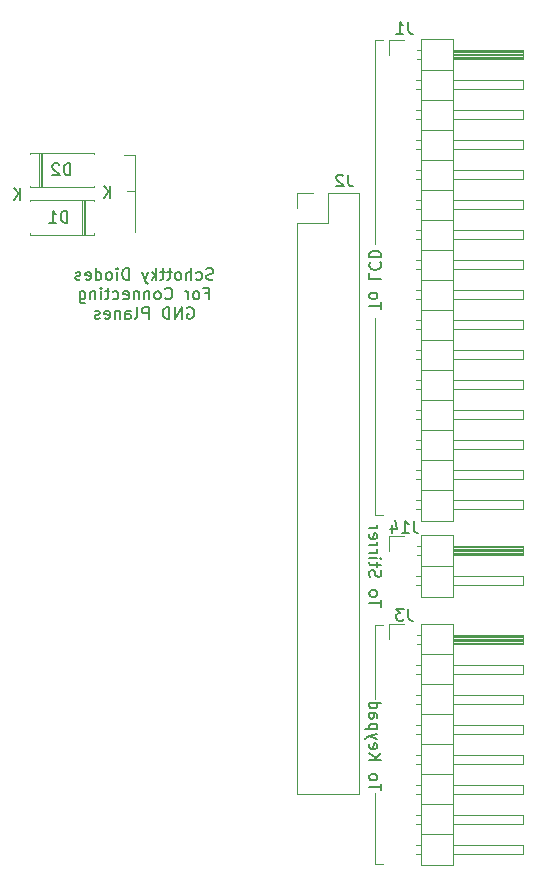
<source format=gbr>
G04 #@! TF.GenerationSoftware,KiCad,Pcbnew,(5.1.9)-1*
G04 #@! TF.CreationDate,2021-06-09T22:02:07-07:00*
G04 #@! TF.ProjectId,AlkalinityTitrator,416c6b61-6c69-46e6-9974-795469747261,rev?*
G04 #@! TF.SameCoordinates,Original*
G04 #@! TF.FileFunction,Legend,Bot*
G04 #@! TF.FilePolarity,Positive*
%FSLAX46Y46*%
G04 Gerber Fmt 4.6, Leading zero omitted, Abs format (unit mm)*
G04 Created by KiCad (PCBNEW (5.1.9)-1) date 2021-06-09 22:02:07*
%MOMM*%
%LPD*%
G01*
G04 APERTURE LIST*
%ADD10C,0.120000*%
%ADD11C,0.150000*%
G04 APERTURE END LIST*
D10*
X182342000Y-64855000D02*
X181592000Y-64855000D01*
X182342000Y-61855000D02*
X182342000Y-68355000D01*
X181342000Y-61855000D02*
X182342000Y-61855000D01*
D11*
X188925333Y-72359761D02*
X188782476Y-72407380D01*
X188544380Y-72407380D01*
X188449142Y-72359761D01*
X188401523Y-72312142D01*
X188353904Y-72216904D01*
X188353904Y-72121666D01*
X188401523Y-72026428D01*
X188449142Y-71978809D01*
X188544380Y-71931190D01*
X188734857Y-71883571D01*
X188830095Y-71835952D01*
X188877714Y-71788333D01*
X188925333Y-71693095D01*
X188925333Y-71597857D01*
X188877714Y-71502619D01*
X188830095Y-71455000D01*
X188734857Y-71407380D01*
X188496761Y-71407380D01*
X188353904Y-71455000D01*
X187496761Y-72359761D02*
X187592000Y-72407380D01*
X187782476Y-72407380D01*
X187877714Y-72359761D01*
X187925333Y-72312142D01*
X187972952Y-72216904D01*
X187972952Y-71931190D01*
X187925333Y-71835952D01*
X187877714Y-71788333D01*
X187782476Y-71740714D01*
X187592000Y-71740714D01*
X187496761Y-71788333D01*
X187068190Y-72407380D02*
X187068190Y-71407380D01*
X186639619Y-72407380D02*
X186639619Y-71883571D01*
X186687238Y-71788333D01*
X186782476Y-71740714D01*
X186925333Y-71740714D01*
X187020571Y-71788333D01*
X187068190Y-71835952D01*
X186020571Y-72407380D02*
X186115809Y-72359761D01*
X186163428Y-72312142D01*
X186211047Y-72216904D01*
X186211047Y-71931190D01*
X186163428Y-71835952D01*
X186115809Y-71788333D01*
X186020571Y-71740714D01*
X185877714Y-71740714D01*
X185782476Y-71788333D01*
X185734857Y-71835952D01*
X185687238Y-71931190D01*
X185687238Y-72216904D01*
X185734857Y-72312142D01*
X185782476Y-72359761D01*
X185877714Y-72407380D01*
X186020571Y-72407380D01*
X185401523Y-71740714D02*
X185020571Y-71740714D01*
X185258666Y-71407380D02*
X185258666Y-72264523D01*
X185211047Y-72359761D01*
X185115809Y-72407380D01*
X185020571Y-72407380D01*
X184830095Y-71740714D02*
X184449142Y-71740714D01*
X184687238Y-71407380D02*
X184687238Y-72264523D01*
X184639619Y-72359761D01*
X184544380Y-72407380D01*
X184449142Y-72407380D01*
X184115809Y-72407380D02*
X184115809Y-71407380D01*
X184020571Y-72026428D02*
X183734857Y-72407380D01*
X183734857Y-71740714D02*
X184115809Y-72121666D01*
X183401523Y-71740714D02*
X183163428Y-72407380D01*
X182925333Y-71740714D02*
X183163428Y-72407380D01*
X183258666Y-72645476D01*
X183306285Y-72693095D01*
X183401523Y-72740714D01*
X181782476Y-72407380D02*
X181782476Y-71407380D01*
X181544380Y-71407380D01*
X181401523Y-71455000D01*
X181306285Y-71550238D01*
X181258666Y-71645476D01*
X181211047Y-71835952D01*
X181211047Y-71978809D01*
X181258666Y-72169285D01*
X181306285Y-72264523D01*
X181401523Y-72359761D01*
X181544380Y-72407380D01*
X181782476Y-72407380D01*
X180782476Y-72407380D02*
X180782476Y-71740714D01*
X180782476Y-71407380D02*
X180830095Y-71455000D01*
X180782476Y-71502619D01*
X180734857Y-71455000D01*
X180782476Y-71407380D01*
X180782476Y-71502619D01*
X180163428Y-72407380D02*
X180258666Y-72359761D01*
X180306285Y-72312142D01*
X180353904Y-72216904D01*
X180353904Y-71931190D01*
X180306285Y-71835952D01*
X180258666Y-71788333D01*
X180163428Y-71740714D01*
X180020571Y-71740714D01*
X179925333Y-71788333D01*
X179877714Y-71835952D01*
X179830095Y-71931190D01*
X179830095Y-72216904D01*
X179877714Y-72312142D01*
X179925333Y-72359761D01*
X180020571Y-72407380D01*
X180163428Y-72407380D01*
X178972952Y-72407380D02*
X178972952Y-71407380D01*
X178972952Y-72359761D02*
X179068190Y-72407380D01*
X179258666Y-72407380D01*
X179353904Y-72359761D01*
X179401523Y-72312142D01*
X179449142Y-72216904D01*
X179449142Y-71931190D01*
X179401523Y-71835952D01*
X179353904Y-71788333D01*
X179258666Y-71740714D01*
X179068190Y-71740714D01*
X178972952Y-71788333D01*
X178115809Y-72359761D02*
X178211047Y-72407380D01*
X178401523Y-72407380D01*
X178496761Y-72359761D01*
X178544380Y-72264523D01*
X178544380Y-71883571D01*
X178496761Y-71788333D01*
X178401523Y-71740714D01*
X178211047Y-71740714D01*
X178115809Y-71788333D01*
X178068190Y-71883571D01*
X178068190Y-71978809D01*
X178544380Y-72074047D01*
X177687238Y-72359761D02*
X177592000Y-72407380D01*
X177401523Y-72407380D01*
X177306285Y-72359761D01*
X177258666Y-72264523D01*
X177258666Y-72216904D01*
X177306285Y-72121666D01*
X177401523Y-72074047D01*
X177544380Y-72074047D01*
X177639619Y-72026428D01*
X177687238Y-71931190D01*
X177687238Y-71883571D01*
X177639619Y-71788333D01*
X177544380Y-71740714D01*
X177401523Y-71740714D01*
X177306285Y-71788333D01*
X188234857Y-73533571D02*
X188568190Y-73533571D01*
X188568190Y-74057380D02*
X188568190Y-73057380D01*
X188092000Y-73057380D01*
X187568190Y-74057380D02*
X187663428Y-74009761D01*
X187711047Y-73962142D01*
X187758666Y-73866904D01*
X187758666Y-73581190D01*
X187711047Y-73485952D01*
X187663428Y-73438333D01*
X187568190Y-73390714D01*
X187425333Y-73390714D01*
X187330095Y-73438333D01*
X187282476Y-73485952D01*
X187234857Y-73581190D01*
X187234857Y-73866904D01*
X187282476Y-73962142D01*
X187330095Y-74009761D01*
X187425333Y-74057380D01*
X187568190Y-74057380D01*
X186806285Y-74057380D02*
X186806285Y-73390714D01*
X186806285Y-73581190D02*
X186758666Y-73485952D01*
X186711047Y-73438333D01*
X186615809Y-73390714D01*
X186520571Y-73390714D01*
X184853904Y-73962142D02*
X184901523Y-74009761D01*
X185044380Y-74057380D01*
X185139619Y-74057380D01*
X185282476Y-74009761D01*
X185377714Y-73914523D01*
X185425333Y-73819285D01*
X185472952Y-73628809D01*
X185472952Y-73485952D01*
X185425333Y-73295476D01*
X185377714Y-73200238D01*
X185282476Y-73105000D01*
X185139619Y-73057380D01*
X185044380Y-73057380D01*
X184901523Y-73105000D01*
X184853904Y-73152619D01*
X184282476Y-74057380D02*
X184377714Y-74009761D01*
X184425333Y-73962142D01*
X184472952Y-73866904D01*
X184472952Y-73581190D01*
X184425333Y-73485952D01*
X184377714Y-73438333D01*
X184282476Y-73390714D01*
X184139619Y-73390714D01*
X184044380Y-73438333D01*
X183996761Y-73485952D01*
X183949142Y-73581190D01*
X183949142Y-73866904D01*
X183996761Y-73962142D01*
X184044380Y-74009761D01*
X184139619Y-74057380D01*
X184282476Y-74057380D01*
X183520571Y-73390714D02*
X183520571Y-74057380D01*
X183520571Y-73485952D02*
X183472952Y-73438333D01*
X183377714Y-73390714D01*
X183234857Y-73390714D01*
X183139619Y-73438333D01*
X183092000Y-73533571D01*
X183092000Y-74057380D01*
X182615809Y-73390714D02*
X182615809Y-74057380D01*
X182615809Y-73485952D02*
X182568190Y-73438333D01*
X182472952Y-73390714D01*
X182330095Y-73390714D01*
X182234857Y-73438333D01*
X182187238Y-73533571D01*
X182187238Y-74057380D01*
X181330095Y-74009761D02*
X181425333Y-74057380D01*
X181615809Y-74057380D01*
X181711047Y-74009761D01*
X181758666Y-73914523D01*
X181758666Y-73533571D01*
X181711047Y-73438333D01*
X181615809Y-73390714D01*
X181425333Y-73390714D01*
X181330095Y-73438333D01*
X181282476Y-73533571D01*
X181282476Y-73628809D01*
X181758666Y-73724047D01*
X180425333Y-74009761D02*
X180520571Y-74057380D01*
X180711047Y-74057380D01*
X180806285Y-74009761D01*
X180853904Y-73962142D01*
X180901523Y-73866904D01*
X180901523Y-73581190D01*
X180853904Y-73485952D01*
X180806285Y-73438333D01*
X180711047Y-73390714D01*
X180520571Y-73390714D01*
X180425333Y-73438333D01*
X180139619Y-73390714D02*
X179758666Y-73390714D01*
X179996761Y-73057380D02*
X179996761Y-73914523D01*
X179949142Y-74009761D01*
X179853904Y-74057380D01*
X179758666Y-74057380D01*
X179425333Y-74057380D02*
X179425333Y-73390714D01*
X179425333Y-73057380D02*
X179472952Y-73105000D01*
X179425333Y-73152619D01*
X179377714Y-73105000D01*
X179425333Y-73057380D01*
X179425333Y-73152619D01*
X178949142Y-73390714D02*
X178949142Y-74057380D01*
X178949142Y-73485952D02*
X178901523Y-73438333D01*
X178806285Y-73390714D01*
X178663428Y-73390714D01*
X178568190Y-73438333D01*
X178520571Y-73533571D01*
X178520571Y-74057380D01*
X177615809Y-73390714D02*
X177615809Y-74200238D01*
X177663428Y-74295476D01*
X177711047Y-74343095D01*
X177806285Y-74390714D01*
X177949142Y-74390714D01*
X178044380Y-74343095D01*
X177615809Y-74009761D02*
X177711047Y-74057380D01*
X177901523Y-74057380D01*
X177996761Y-74009761D01*
X178044380Y-73962142D01*
X178092000Y-73866904D01*
X178092000Y-73581190D01*
X178044380Y-73485952D01*
X177996761Y-73438333D01*
X177901523Y-73390714D01*
X177711047Y-73390714D01*
X177615809Y-73438333D01*
X186734857Y-74755000D02*
X186830095Y-74707380D01*
X186972952Y-74707380D01*
X187115809Y-74755000D01*
X187211047Y-74850238D01*
X187258666Y-74945476D01*
X187306285Y-75135952D01*
X187306285Y-75278809D01*
X187258666Y-75469285D01*
X187211047Y-75564523D01*
X187115809Y-75659761D01*
X186972952Y-75707380D01*
X186877714Y-75707380D01*
X186734857Y-75659761D01*
X186687238Y-75612142D01*
X186687238Y-75278809D01*
X186877714Y-75278809D01*
X186258666Y-75707380D02*
X186258666Y-74707380D01*
X185687238Y-75707380D01*
X185687238Y-74707380D01*
X185211047Y-75707380D02*
X185211047Y-74707380D01*
X184972952Y-74707380D01*
X184830095Y-74755000D01*
X184734857Y-74850238D01*
X184687238Y-74945476D01*
X184639619Y-75135952D01*
X184639619Y-75278809D01*
X184687238Y-75469285D01*
X184734857Y-75564523D01*
X184830095Y-75659761D01*
X184972952Y-75707380D01*
X185211047Y-75707380D01*
X183449142Y-75707380D02*
X183449142Y-74707380D01*
X183068190Y-74707380D01*
X182972952Y-74755000D01*
X182925333Y-74802619D01*
X182877714Y-74897857D01*
X182877714Y-75040714D01*
X182925333Y-75135952D01*
X182972952Y-75183571D01*
X183068190Y-75231190D01*
X183449142Y-75231190D01*
X182306285Y-75707380D02*
X182401523Y-75659761D01*
X182449142Y-75564523D01*
X182449142Y-74707380D01*
X181496761Y-75707380D02*
X181496761Y-75183571D01*
X181544380Y-75088333D01*
X181639619Y-75040714D01*
X181830095Y-75040714D01*
X181925333Y-75088333D01*
X181496761Y-75659761D02*
X181592000Y-75707380D01*
X181830095Y-75707380D01*
X181925333Y-75659761D01*
X181972952Y-75564523D01*
X181972952Y-75469285D01*
X181925333Y-75374047D01*
X181830095Y-75326428D01*
X181592000Y-75326428D01*
X181496761Y-75278809D01*
X181020571Y-75040714D02*
X181020571Y-75707380D01*
X181020571Y-75135952D02*
X180972952Y-75088333D01*
X180877714Y-75040714D01*
X180734857Y-75040714D01*
X180639619Y-75088333D01*
X180592000Y-75183571D01*
X180592000Y-75707380D01*
X179734857Y-75659761D02*
X179830095Y-75707380D01*
X180020571Y-75707380D01*
X180115809Y-75659761D01*
X180163428Y-75564523D01*
X180163428Y-75183571D01*
X180115809Y-75088333D01*
X180020571Y-75040714D01*
X179830095Y-75040714D01*
X179734857Y-75088333D01*
X179687238Y-75183571D01*
X179687238Y-75278809D01*
X180163428Y-75374047D01*
X179306285Y-75659761D02*
X179211047Y-75707380D01*
X179020571Y-75707380D01*
X178925333Y-75659761D01*
X178877714Y-75564523D01*
X178877714Y-75516904D01*
X178925333Y-75421666D01*
X179020571Y-75374047D01*
X179163428Y-75374047D01*
X179258666Y-75326428D01*
X179306285Y-75231190D01*
X179306285Y-75183571D01*
X179258666Y-75088333D01*
X179163428Y-75040714D01*
X179020571Y-75040714D01*
X178925333Y-75088333D01*
D10*
X202592000Y-92355000D02*
X203342000Y-92355000D01*
X202592000Y-75605000D02*
X202592000Y-92355000D01*
X202592000Y-52105000D02*
X203342000Y-52105000D01*
X202592000Y-69355000D02*
X202592000Y-52105000D01*
D11*
X203139619Y-74878809D02*
X203139619Y-74307380D01*
X202139619Y-74593095D02*
X203139619Y-74593095D01*
X202139619Y-73831190D02*
X202187238Y-73926428D01*
X202234857Y-73974047D01*
X202330095Y-74021666D01*
X202615809Y-74021666D01*
X202711047Y-73974047D01*
X202758666Y-73926428D01*
X202806285Y-73831190D01*
X202806285Y-73688333D01*
X202758666Y-73593095D01*
X202711047Y-73545476D01*
X202615809Y-73497857D01*
X202330095Y-73497857D01*
X202234857Y-73545476D01*
X202187238Y-73593095D01*
X202139619Y-73688333D01*
X202139619Y-73831190D01*
X202139619Y-71831190D02*
X202139619Y-72307380D01*
X203139619Y-72307380D01*
X202234857Y-70926428D02*
X202187238Y-70974047D01*
X202139619Y-71116904D01*
X202139619Y-71212142D01*
X202187238Y-71355000D01*
X202282476Y-71450238D01*
X202377714Y-71497857D01*
X202568190Y-71545476D01*
X202711047Y-71545476D01*
X202901523Y-71497857D01*
X202996761Y-71450238D01*
X203092000Y-71355000D01*
X203139619Y-71212142D01*
X203139619Y-71116904D01*
X203092000Y-70974047D01*
X203044380Y-70926428D01*
X202139619Y-70497857D02*
X203139619Y-70497857D01*
X203139619Y-70259761D01*
X203092000Y-70116904D01*
X202996761Y-70021666D01*
X202901523Y-69974047D01*
X202711047Y-69926428D01*
X202568190Y-69926428D01*
X202377714Y-69974047D01*
X202282476Y-70021666D01*
X202187238Y-70116904D01*
X202139619Y-70259761D01*
X202139619Y-70497857D01*
D10*
X202592000Y-121855000D02*
X203342000Y-121855000D01*
X202592000Y-115855000D02*
X202592000Y-121855000D01*
X202592000Y-101605000D02*
X203342000Y-101605000D01*
X202592000Y-107855000D02*
X202592000Y-101605000D01*
D11*
X203139619Y-115640714D02*
X203139619Y-115069285D01*
X202139619Y-115355000D02*
X203139619Y-115355000D01*
X202139619Y-114593095D02*
X202187238Y-114688333D01*
X202234857Y-114735952D01*
X202330095Y-114783571D01*
X202615809Y-114783571D01*
X202711047Y-114735952D01*
X202758666Y-114688333D01*
X202806285Y-114593095D01*
X202806285Y-114450238D01*
X202758666Y-114355000D01*
X202711047Y-114307380D01*
X202615809Y-114259761D01*
X202330095Y-114259761D01*
X202234857Y-114307380D01*
X202187238Y-114355000D01*
X202139619Y-114450238D01*
X202139619Y-114593095D01*
X202139619Y-113069285D02*
X203139619Y-113069285D01*
X202139619Y-112497857D02*
X202711047Y-112926428D01*
X203139619Y-112497857D02*
X202568190Y-113069285D01*
X202187238Y-111688333D02*
X202139619Y-111783571D01*
X202139619Y-111974047D01*
X202187238Y-112069285D01*
X202282476Y-112116904D01*
X202663428Y-112116904D01*
X202758666Y-112069285D01*
X202806285Y-111974047D01*
X202806285Y-111783571D01*
X202758666Y-111688333D01*
X202663428Y-111640714D01*
X202568190Y-111640714D01*
X202472952Y-112116904D01*
X202806285Y-111307380D02*
X202139619Y-111069285D01*
X202806285Y-110831190D02*
X202139619Y-111069285D01*
X201901523Y-111164523D01*
X201853904Y-111212142D01*
X201806285Y-111307380D01*
X202806285Y-110450238D02*
X201806285Y-110450238D01*
X202758666Y-110450238D02*
X202806285Y-110355000D01*
X202806285Y-110164523D01*
X202758666Y-110069285D01*
X202711047Y-110021666D01*
X202615809Y-109974047D01*
X202330095Y-109974047D01*
X202234857Y-110021666D01*
X202187238Y-110069285D01*
X202139619Y-110164523D01*
X202139619Y-110355000D01*
X202187238Y-110450238D01*
X202139619Y-109116904D02*
X202663428Y-109116904D01*
X202758666Y-109164523D01*
X202806285Y-109259761D01*
X202806285Y-109450238D01*
X202758666Y-109545476D01*
X202187238Y-109116904D02*
X202139619Y-109212142D01*
X202139619Y-109450238D01*
X202187238Y-109545476D01*
X202282476Y-109593095D01*
X202377714Y-109593095D01*
X202472952Y-109545476D01*
X202520571Y-109450238D01*
X202520571Y-109212142D01*
X202568190Y-109116904D01*
X202139619Y-108212142D02*
X203139619Y-108212142D01*
X202187238Y-108212142D02*
X202139619Y-108307380D01*
X202139619Y-108497857D01*
X202187238Y-108593095D01*
X202234857Y-108640714D01*
X202330095Y-108688333D01*
X202615809Y-108688333D01*
X202711047Y-108640714D01*
X202758666Y-108593095D01*
X202806285Y-108497857D01*
X202806285Y-108307380D01*
X202758666Y-108212142D01*
X203139619Y-100081190D02*
X203139619Y-99509761D01*
X202139619Y-99795476D02*
X203139619Y-99795476D01*
X202139619Y-99033571D02*
X202187238Y-99128809D01*
X202234857Y-99176428D01*
X202330095Y-99224047D01*
X202615809Y-99224047D01*
X202711047Y-99176428D01*
X202758666Y-99128809D01*
X202806285Y-99033571D01*
X202806285Y-98890714D01*
X202758666Y-98795476D01*
X202711047Y-98747857D01*
X202615809Y-98700238D01*
X202330095Y-98700238D01*
X202234857Y-98747857D01*
X202187238Y-98795476D01*
X202139619Y-98890714D01*
X202139619Y-99033571D01*
X202187238Y-97557380D02*
X202139619Y-97414523D01*
X202139619Y-97176428D01*
X202187238Y-97081190D01*
X202234857Y-97033571D01*
X202330095Y-96985952D01*
X202425333Y-96985952D01*
X202520571Y-97033571D01*
X202568190Y-97081190D01*
X202615809Y-97176428D01*
X202663428Y-97366904D01*
X202711047Y-97462142D01*
X202758666Y-97509761D01*
X202853904Y-97557380D01*
X202949142Y-97557380D01*
X203044380Y-97509761D01*
X203092000Y-97462142D01*
X203139619Y-97366904D01*
X203139619Y-97128809D01*
X203092000Y-96985952D01*
X202806285Y-96700238D02*
X202806285Y-96319285D01*
X203139619Y-96557380D02*
X202282476Y-96557380D01*
X202187238Y-96509761D01*
X202139619Y-96414523D01*
X202139619Y-96319285D01*
X202139619Y-95985952D02*
X202806285Y-95985952D01*
X203139619Y-95985952D02*
X203092000Y-96033571D01*
X203044380Y-95985952D01*
X203092000Y-95938333D01*
X203139619Y-95985952D01*
X203044380Y-95985952D01*
X202139619Y-95509761D02*
X202806285Y-95509761D01*
X202615809Y-95509761D02*
X202711047Y-95462142D01*
X202758666Y-95414523D01*
X202806285Y-95319285D01*
X202806285Y-95224047D01*
X202139619Y-94890714D02*
X202806285Y-94890714D01*
X202615809Y-94890714D02*
X202711047Y-94843095D01*
X202758666Y-94795476D01*
X202806285Y-94700238D01*
X202806285Y-94605000D01*
X202187238Y-93890714D02*
X202139619Y-93985952D01*
X202139619Y-94176428D01*
X202187238Y-94271666D01*
X202282476Y-94319285D01*
X202663428Y-94319285D01*
X202758666Y-94271666D01*
X202806285Y-94176428D01*
X202806285Y-93985952D01*
X202758666Y-93890714D01*
X202663428Y-93843095D01*
X202568190Y-93843095D01*
X202472952Y-94319285D01*
X202139619Y-93414523D02*
X202806285Y-93414523D01*
X202615809Y-93414523D02*
X202711047Y-93366904D01*
X202758666Y-93319285D01*
X202806285Y-93224047D01*
X202806285Y-93128809D01*
D10*
X203822000Y-52085000D02*
X205092000Y-52085000D01*
X203822000Y-53355000D02*
X203822000Y-52085000D01*
X206134929Y-91835000D02*
X206532000Y-91835000D01*
X206134929Y-91075000D02*
X206532000Y-91075000D01*
X215192000Y-91835000D02*
X209192000Y-91835000D01*
X215192000Y-91075000D02*
X215192000Y-91835000D01*
X209192000Y-91075000D02*
X215192000Y-91075000D01*
X206532000Y-90185000D02*
X209192000Y-90185000D01*
X206134929Y-89295000D02*
X206532000Y-89295000D01*
X206134929Y-88535000D02*
X206532000Y-88535000D01*
X215192000Y-89295000D02*
X209192000Y-89295000D01*
X215192000Y-88535000D02*
X215192000Y-89295000D01*
X209192000Y-88535000D02*
X215192000Y-88535000D01*
X206532000Y-87645000D02*
X209192000Y-87645000D01*
X206134929Y-86755000D02*
X206532000Y-86755000D01*
X206134929Y-85995000D02*
X206532000Y-85995000D01*
X215192000Y-86755000D02*
X209192000Y-86755000D01*
X215192000Y-85995000D02*
X215192000Y-86755000D01*
X209192000Y-85995000D02*
X215192000Y-85995000D01*
X206532000Y-85105000D02*
X209192000Y-85105000D01*
X206134929Y-84215000D02*
X206532000Y-84215000D01*
X206134929Y-83455000D02*
X206532000Y-83455000D01*
X215192000Y-84215000D02*
X209192000Y-84215000D01*
X215192000Y-83455000D02*
X215192000Y-84215000D01*
X209192000Y-83455000D02*
X215192000Y-83455000D01*
X206532000Y-82565000D02*
X209192000Y-82565000D01*
X206134929Y-81675000D02*
X206532000Y-81675000D01*
X206134929Y-80915000D02*
X206532000Y-80915000D01*
X215192000Y-81675000D02*
X209192000Y-81675000D01*
X215192000Y-80915000D02*
X215192000Y-81675000D01*
X209192000Y-80915000D02*
X215192000Y-80915000D01*
X206532000Y-80025000D02*
X209192000Y-80025000D01*
X206134929Y-79135000D02*
X206532000Y-79135000D01*
X206134929Y-78375000D02*
X206532000Y-78375000D01*
X215192000Y-79135000D02*
X209192000Y-79135000D01*
X215192000Y-78375000D02*
X215192000Y-79135000D01*
X209192000Y-78375000D02*
X215192000Y-78375000D01*
X206532000Y-77485000D02*
X209192000Y-77485000D01*
X206134929Y-76595000D02*
X206532000Y-76595000D01*
X206134929Y-75835000D02*
X206532000Y-75835000D01*
X215192000Y-76595000D02*
X209192000Y-76595000D01*
X215192000Y-75835000D02*
X215192000Y-76595000D01*
X209192000Y-75835000D02*
X215192000Y-75835000D01*
X206532000Y-74945000D02*
X209192000Y-74945000D01*
X206134929Y-74055000D02*
X206532000Y-74055000D01*
X206134929Y-73295000D02*
X206532000Y-73295000D01*
X215192000Y-74055000D02*
X209192000Y-74055000D01*
X215192000Y-73295000D02*
X215192000Y-74055000D01*
X209192000Y-73295000D02*
X215192000Y-73295000D01*
X206532000Y-72405000D02*
X209192000Y-72405000D01*
X206134929Y-71515000D02*
X206532000Y-71515000D01*
X206134929Y-70755000D02*
X206532000Y-70755000D01*
X215192000Y-71515000D02*
X209192000Y-71515000D01*
X215192000Y-70755000D02*
X215192000Y-71515000D01*
X209192000Y-70755000D02*
X215192000Y-70755000D01*
X206532000Y-69865000D02*
X209192000Y-69865000D01*
X206134929Y-68975000D02*
X206532000Y-68975000D01*
X206134929Y-68215000D02*
X206532000Y-68215000D01*
X215192000Y-68975000D02*
X209192000Y-68975000D01*
X215192000Y-68215000D02*
X215192000Y-68975000D01*
X209192000Y-68215000D02*
X215192000Y-68215000D01*
X206532000Y-67325000D02*
X209192000Y-67325000D01*
X206134929Y-66435000D02*
X206532000Y-66435000D01*
X206134929Y-65675000D02*
X206532000Y-65675000D01*
X215192000Y-66435000D02*
X209192000Y-66435000D01*
X215192000Y-65675000D02*
X215192000Y-66435000D01*
X209192000Y-65675000D02*
X215192000Y-65675000D01*
X206532000Y-64785000D02*
X209192000Y-64785000D01*
X206134929Y-63895000D02*
X206532000Y-63895000D01*
X206134929Y-63135000D02*
X206532000Y-63135000D01*
X215192000Y-63895000D02*
X209192000Y-63895000D01*
X215192000Y-63135000D02*
X215192000Y-63895000D01*
X209192000Y-63135000D02*
X215192000Y-63135000D01*
X206532000Y-62245000D02*
X209192000Y-62245000D01*
X206134929Y-61355000D02*
X206532000Y-61355000D01*
X206134929Y-60595000D02*
X206532000Y-60595000D01*
X215192000Y-61355000D02*
X209192000Y-61355000D01*
X215192000Y-60595000D02*
X215192000Y-61355000D01*
X209192000Y-60595000D02*
X215192000Y-60595000D01*
X206532000Y-59705000D02*
X209192000Y-59705000D01*
X206134929Y-58815000D02*
X206532000Y-58815000D01*
X206134929Y-58055000D02*
X206532000Y-58055000D01*
X215192000Y-58815000D02*
X209192000Y-58815000D01*
X215192000Y-58055000D02*
X215192000Y-58815000D01*
X209192000Y-58055000D02*
X215192000Y-58055000D01*
X206532000Y-57165000D02*
X209192000Y-57165000D01*
X206134929Y-56275000D02*
X206532000Y-56275000D01*
X206134929Y-55515000D02*
X206532000Y-55515000D01*
X215192000Y-56275000D02*
X209192000Y-56275000D01*
X215192000Y-55515000D02*
X215192000Y-56275000D01*
X209192000Y-55515000D02*
X215192000Y-55515000D01*
X206532000Y-54625000D02*
X209192000Y-54625000D01*
X206202000Y-53735000D02*
X206532000Y-53735000D01*
X206202000Y-52975000D02*
X206532000Y-52975000D01*
X209192000Y-53635000D02*
X215192000Y-53635000D01*
X209192000Y-53515000D02*
X215192000Y-53515000D01*
X209192000Y-53395000D02*
X215192000Y-53395000D01*
X209192000Y-53275000D02*
X215192000Y-53275000D01*
X209192000Y-53155000D02*
X215192000Y-53155000D01*
X209192000Y-53035000D02*
X215192000Y-53035000D01*
X215192000Y-53735000D02*
X209192000Y-53735000D01*
X215192000Y-52975000D02*
X215192000Y-53735000D01*
X209192000Y-52975000D02*
X215192000Y-52975000D01*
X209192000Y-52025000D02*
X206532000Y-52025000D01*
X209192000Y-92785000D02*
X209192000Y-52025000D01*
X206532000Y-92785000D02*
X209192000Y-92785000D01*
X206532000Y-52025000D02*
X206532000Y-92785000D01*
X203822000Y-94085000D02*
X205092000Y-94085000D01*
X203822000Y-95355000D02*
X203822000Y-94085000D01*
X206134929Y-98275000D02*
X206532000Y-98275000D01*
X206134929Y-97515000D02*
X206532000Y-97515000D01*
X215192000Y-98275000D02*
X209192000Y-98275000D01*
X215192000Y-97515000D02*
X215192000Y-98275000D01*
X209192000Y-97515000D02*
X215192000Y-97515000D01*
X206532000Y-96625000D02*
X209192000Y-96625000D01*
X206202000Y-95735000D02*
X206532000Y-95735000D01*
X206202000Y-94975000D02*
X206532000Y-94975000D01*
X209192000Y-95635000D02*
X215192000Y-95635000D01*
X209192000Y-95515000D02*
X215192000Y-95515000D01*
X209192000Y-95395000D02*
X215192000Y-95395000D01*
X209192000Y-95275000D02*
X215192000Y-95275000D01*
X209192000Y-95155000D02*
X215192000Y-95155000D01*
X209192000Y-95035000D02*
X215192000Y-95035000D01*
X215192000Y-95735000D02*
X209192000Y-95735000D01*
X215192000Y-94975000D02*
X215192000Y-95735000D01*
X209192000Y-94975000D02*
X215192000Y-94975000D01*
X209192000Y-94025000D02*
X206532000Y-94025000D01*
X209192000Y-99225000D02*
X209192000Y-94025000D01*
X206532000Y-99225000D02*
X209192000Y-99225000D01*
X206532000Y-94025000D02*
X206532000Y-99225000D01*
X206532000Y-101525000D02*
X206532000Y-121965000D01*
X206532000Y-121965000D02*
X209192000Y-121965000D01*
X209192000Y-121965000D02*
X209192000Y-101525000D01*
X209192000Y-101525000D02*
X206532000Y-101525000D01*
X209192000Y-102475000D02*
X215192000Y-102475000D01*
X215192000Y-102475000D02*
X215192000Y-103235000D01*
X215192000Y-103235000D02*
X209192000Y-103235000D01*
X209192000Y-102535000D02*
X215192000Y-102535000D01*
X209192000Y-102655000D02*
X215192000Y-102655000D01*
X209192000Y-102775000D02*
X215192000Y-102775000D01*
X209192000Y-102895000D02*
X215192000Y-102895000D01*
X209192000Y-103015000D02*
X215192000Y-103015000D01*
X209192000Y-103135000D02*
X215192000Y-103135000D01*
X206202000Y-102475000D02*
X206532000Y-102475000D01*
X206202000Y-103235000D02*
X206532000Y-103235000D01*
X206532000Y-104125000D02*
X209192000Y-104125000D01*
X209192000Y-105015000D02*
X215192000Y-105015000D01*
X215192000Y-105015000D02*
X215192000Y-105775000D01*
X215192000Y-105775000D02*
X209192000Y-105775000D01*
X206134929Y-105015000D02*
X206532000Y-105015000D01*
X206134929Y-105775000D02*
X206532000Y-105775000D01*
X206532000Y-106665000D02*
X209192000Y-106665000D01*
X209192000Y-107555000D02*
X215192000Y-107555000D01*
X215192000Y-107555000D02*
X215192000Y-108315000D01*
X215192000Y-108315000D02*
X209192000Y-108315000D01*
X206134929Y-107555000D02*
X206532000Y-107555000D01*
X206134929Y-108315000D02*
X206532000Y-108315000D01*
X206532000Y-109205000D02*
X209192000Y-109205000D01*
X209192000Y-110095000D02*
X215192000Y-110095000D01*
X215192000Y-110095000D02*
X215192000Y-110855000D01*
X215192000Y-110855000D02*
X209192000Y-110855000D01*
X206134929Y-110095000D02*
X206532000Y-110095000D01*
X206134929Y-110855000D02*
X206532000Y-110855000D01*
X206532000Y-111745000D02*
X209192000Y-111745000D01*
X209192000Y-112635000D02*
X215192000Y-112635000D01*
X215192000Y-112635000D02*
X215192000Y-113395000D01*
X215192000Y-113395000D02*
X209192000Y-113395000D01*
X206134929Y-112635000D02*
X206532000Y-112635000D01*
X206134929Y-113395000D02*
X206532000Y-113395000D01*
X206532000Y-114285000D02*
X209192000Y-114285000D01*
X209192000Y-115175000D02*
X215192000Y-115175000D01*
X215192000Y-115175000D02*
X215192000Y-115935000D01*
X215192000Y-115935000D02*
X209192000Y-115935000D01*
X206134929Y-115175000D02*
X206532000Y-115175000D01*
X206134929Y-115935000D02*
X206532000Y-115935000D01*
X206532000Y-116825000D02*
X209192000Y-116825000D01*
X209192000Y-117715000D02*
X215192000Y-117715000D01*
X215192000Y-117715000D02*
X215192000Y-118475000D01*
X215192000Y-118475000D02*
X209192000Y-118475000D01*
X206134929Y-117715000D02*
X206532000Y-117715000D01*
X206134929Y-118475000D02*
X206532000Y-118475000D01*
X206532000Y-119365000D02*
X209192000Y-119365000D01*
X209192000Y-120255000D02*
X215192000Y-120255000D01*
X215192000Y-120255000D02*
X215192000Y-121015000D01*
X215192000Y-121015000D02*
X209192000Y-121015000D01*
X206134929Y-120255000D02*
X206532000Y-120255000D01*
X206134929Y-121015000D02*
X206532000Y-121015000D01*
X203822000Y-102855000D02*
X203822000Y-101585000D01*
X203822000Y-101585000D02*
X205092000Y-101585000D01*
X173432000Y-64445000D02*
X173432000Y-64575000D01*
X173432000Y-64575000D02*
X178872000Y-64575000D01*
X178872000Y-64575000D02*
X178872000Y-64445000D01*
X173432000Y-61765000D02*
X173432000Y-61635000D01*
X173432000Y-61635000D02*
X178872000Y-61635000D01*
X178872000Y-61635000D02*
X178872000Y-61765000D01*
X174332000Y-64575000D02*
X174332000Y-61635000D01*
X174452000Y-64575000D02*
X174452000Y-61635000D01*
X174212000Y-64575000D02*
X174212000Y-61635000D01*
X178872000Y-65765000D02*
X178872000Y-65635000D01*
X178872000Y-65635000D02*
X173432000Y-65635000D01*
X173432000Y-65635000D02*
X173432000Y-65765000D01*
X178872000Y-68445000D02*
X178872000Y-68575000D01*
X178872000Y-68575000D02*
X173432000Y-68575000D01*
X173432000Y-68575000D02*
X173432000Y-68445000D01*
X177972000Y-65635000D02*
X177972000Y-68575000D01*
X177852000Y-65635000D02*
X177852000Y-68575000D01*
X178092000Y-65635000D02*
X178092000Y-68575000D01*
X197375000Y-65020000D02*
X196045000Y-65020000D01*
X196045000Y-65020000D02*
X196045000Y-66350000D01*
X198645000Y-65020000D02*
X198645000Y-67620000D01*
X198645000Y-67620000D02*
X196045000Y-67620000D01*
X196045000Y-67620000D02*
X196045000Y-115940000D01*
X201245000Y-115940000D02*
X196045000Y-115940000D01*
X201245000Y-65020000D02*
X201245000Y-115940000D01*
X201245000Y-65020000D02*
X198645000Y-65020000D01*
D11*
X205425333Y-50557380D02*
X205425333Y-51271666D01*
X205472952Y-51414523D01*
X205568190Y-51509761D01*
X205711047Y-51557380D01*
X205806285Y-51557380D01*
X204425333Y-51557380D02*
X204996761Y-51557380D01*
X204711047Y-51557380D02*
X204711047Y-50557380D01*
X204806285Y-50700238D01*
X204901523Y-50795476D01*
X204996761Y-50843095D01*
X205901523Y-92807380D02*
X205901523Y-93521666D01*
X205949142Y-93664523D01*
X206044380Y-93759761D01*
X206187238Y-93807380D01*
X206282476Y-93807380D01*
X204901523Y-93807380D02*
X205472952Y-93807380D01*
X205187238Y-93807380D02*
X205187238Y-92807380D01*
X205282476Y-92950238D01*
X205377714Y-93045476D01*
X205472952Y-93093095D01*
X204044380Y-93140714D02*
X204044380Y-93807380D01*
X204282476Y-92759761D02*
X204520571Y-93474047D01*
X203901523Y-93474047D01*
X205430413Y-100252520D02*
X205430413Y-100966806D01*
X205478032Y-101109663D01*
X205573270Y-101204901D01*
X205716127Y-101252520D01*
X205811365Y-101252520D01*
X205049460Y-100252520D02*
X204430413Y-100252520D01*
X204763746Y-100633473D01*
X204620889Y-100633473D01*
X204525651Y-100681092D01*
X204478032Y-100728711D01*
X204430413Y-100823949D01*
X204430413Y-101062044D01*
X204478032Y-101157282D01*
X204525651Y-101204901D01*
X204620889Y-101252520D01*
X204906603Y-101252520D01*
X205001841Y-101204901D01*
X205049460Y-101157282D01*
X176580095Y-67557380D02*
X176580095Y-66557380D01*
X176342000Y-66557380D01*
X176199142Y-66605000D01*
X176103904Y-66700238D01*
X176056285Y-66795476D01*
X176008666Y-66985952D01*
X176008666Y-67128809D01*
X176056285Y-67319285D01*
X176103904Y-67414523D01*
X176199142Y-67509761D01*
X176342000Y-67557380D01*
X176580095Y-67557380D01*
X175056285Y-67557380D02*
X175627714Y-67557380D01*
X175342000Y-67557380D02*
X175342000Y-66557380D01*
X175437238Y-66700238D01*
X175532476Y-66795476D01*
X175627714Y-66843095D01*
X172603904Y-65657380D02*
X172603904Y-64657380D01*
X172032476Y-65657380D02*
X172461047Y-65085952D01*
X172032476Y-64657380D02*
X172603904Y-65228809D01*
X176830095Y-63557380D02*
X176830095Y-62557380D01*
X176592000Y-62557380D01*
X176449142Y-62605000D01*
X176353904Y-62700238D01*
X176306285Y-62795476D01*
X176258666Y-62985952D01*
X176258666Y-63128809D01*
X176306285Y-63319285D01*
X176353904Y-63414523D01*
X176449142Y-63509761D01*
X176592000Y-63557380D01*
X176830095Y-63557380D01*
X175877714Y-62652619D02*
X175830095Y-62605000D01*
X175734857Y-62557380D01*
X175496761Y-62557380D01*
X175401523Y-62605000D01*
X175353904Y-62652619D01*
X175306285Y-62747857D01*
X175306285Y-62843095D01*
X175353904Y-62985952D01*
X175925333Y-63557380D01*
X175306285Y-63557380D01*
X180223904Y-65457380D02*
X180223904Y-64457380D01*
X179652476Y-65457380D02*
X180081047Y-64885952D01*
X179652476Y-64457380D02*
X180223904Y-65028809D01*
X200348333Y-63502380D02*
X200348333Y-64216666D01*
X200395952Y-64359523D01*
X200491190Y-64454761D01*
X200634047Y-64502380D01*
X200729285Y-64502380D01*
X199919761Y-63597619D02*
X199872142Y-63550000D01*
X199776904Y-63502380D01*
X199538809Y-63502380D01*
X199443571Y-63550000D01*
X199395952Y-63597619D01*
X199348333Y-63692857D01*
X199348333Y-63788095D01*
X199395952Y-63930952D01*
X199967380Y-64502380D01*
X199348333Y-64502380D01*
M02*

</source>
